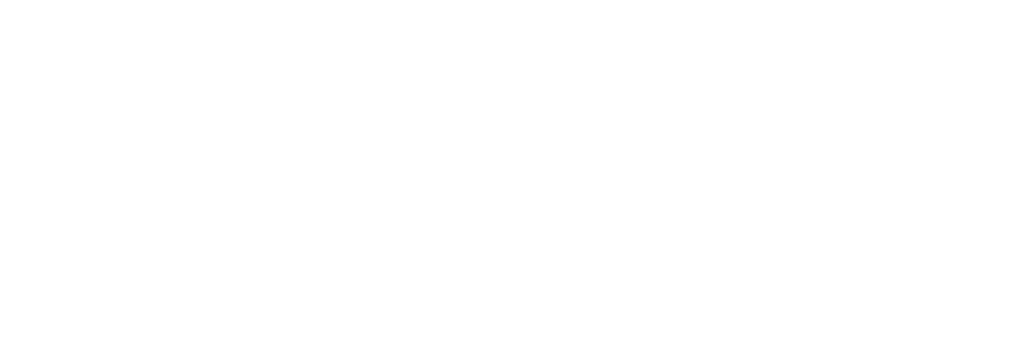
<source format=kicad_pcb>
(kicad_pcb (version 20240108) (generator "pcbnew") (generator_version "8.0")
  (title_block (title "NIRVARA") (date "2025-06-11") (rev "1") (company "ELECTIVA ITLA"))
  (layers (0 "F.Cu" signal) (31 "B.Cu" signal) (34 "B.Paste" user) (35 "F.Paste" user) (36 "B.SilkS" user "B.Silkscreen") (37 "F.SilkS" user "F.Silkscreen") (38 "B.Mask" user) (39 "F.Mask" user) (44 "Edge.Cuts" user))
  (net 0 "")
)
</source>
